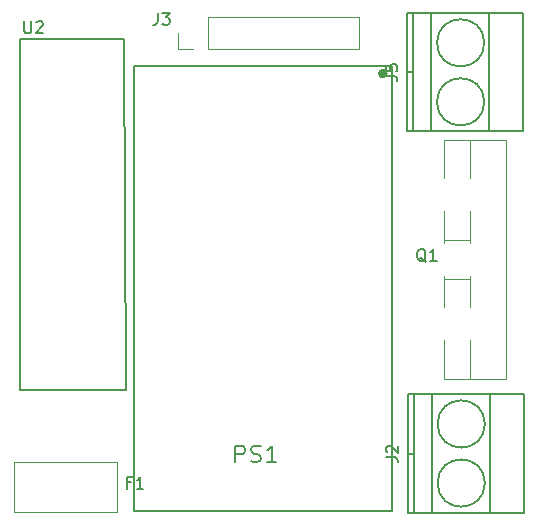
<source format=gto>
G04 #@! TF.GenerationSoftware,KiCad,Pcbnew,5.1.7-a382d34a8~88~ubuntu18.04.1*
G04 #@! TF.CreationDate,2021-07-23T19:11:00+05:30*
G04 #@! TF.ProjectId,BackEnd_HeavyDevice_v2,4261636b-456e-4645-9f48-656176794465,rev?*
G04 #@! TF.SameCoordinates,Original*
G04 #@! TF.FileFunction,Legend,Top*
G04 #@! TF.FilePolarity,Positive*
%FSLAX46Y46*%
G04 Gerber Fmt 4.6, Leading zero omitted, Abs format (unit mm)*
G04 Created by KiCad (PCBNEW 5.1.7-a382d34a8~88~ubuntu18.04.1) date 2021-07-23 19:11:00*
%MOMM*%
%LPD*%
G01*
G04 APERTURE LIST*
%ADD10C,0.127000*%
%ADD11C,0.400000*%
%ADD12C,0.120000*%
%ADD13C,0.150000*%
G04 APERTURE END LIST*
D10*
X118271000Y-97633000D02*
X140099000Y-97633000D01*
X140099000Y-97633000D02*
X140083000Y-135313000D01*
X140083000Y-135313000D02*
X118271000Y-135313000D01*
X118271000Y-135313000D02*
X118271000Y-97633000D01*
D11*
X139537000Y-98229000D02*
G75*
G03*
X139537000Y-98229000I-200000J0D01*
G01*
D12*
X108073000Y-131088000D02*
X116813000Y-131088000D01*
X108073000Y-131088000D02*
X108073000Y-135328000D01*
X116813000Y-135328000D02*
X116813000Y-131088000D01*
X116813000Y-135328000D02*
X108073000Y-135328000D01*
D13*
X147978000Y-127904000D02*
G75*
G03*
X147978000Y-127904000I-2000000J0D01*
G01*
X147978000Y-132904000D02*
G75*
G03*
X147978000Y-132904000I-2000000J0D01*
G01*
X151278000Y-125404000D02*
X141478000Y-125404000D01*
X151278000Y-135404000D02*
X151278000Y-125404000D01*
X141478000Y-135404000D02*
X151278000Y-135404000D01*
X141478000Y-125404000D02*
X141478000Y-135404000D01*
X141978000Y-125404000D02*
X141978000Y-135404000D01*
X148378000Y-125404000D02*
X148378000Y-135404000D01*
X143478000Y-125404000D02*
X143478000Y-135404000D01*
X141978000Y-130404000D02*
X141478000Y-130404000D01*
X141927000Y-98131000D02*
X141427000Y-98131000D01*
X143427000Y-93131000D02*
X143427000Y-103131000D01*
X148327000Y-93131000D02*
X148327000Y-103131000D01*
X141927000Y-93131000D02*
X141927000Y-103131000D01*
X141427000Y-93131000D02*
X141427000Y-103131000D01*
X141427000Y-103131000D02*
X151227000Y-103131000D01*
X151227000Y-103131000D02*
X151227000Y-93131000D01*
X151227000Y-93131000D02*
X141427000Y-93131000D01*
X147927000Y-100631000D02*
G75*
G03*
X147927000Y-100631000I-2000000J0D01*
G01*
X147927000Y-95631000D02*
G75*
G03*
X147927000Y-95631000I-2000000J0D01*
G01*
D12*
X144494000Y-124070000D02*
X144494000Y-120800000D01*
X144494000Y-118000000D02*
X144494000Y-115349000D01*
X144494000Y-112550000D02*
X144494000Y-109900000D01*
X144494000Y-107100000D02*
X144494000Y-103830000D01*
X149735000Y-124070000D02*
X149735000Y-103830000D01*
X144494000Y-124070000D02*
X149735000Y-124070000D01*
X144494000Y-103830000D02*
X149735000Y-103830000D01*
X146735000Y-124070000D02*
X146735000Y-120800000D01*
X146735000Y-118000000D02*
X146735000Y-115349000D01*
X146735000Y-112550000D02*
X146735000Y-109900000D01*
X146735000Y-107100000D02*
X146735000Y-103830000D01*
X144494000Y-115600000D02*
X146735000Y-115600000D01*
X144494000Y-112300000D02*
X146735000Y-112300000D01*
D13*
X117418080Y-95348980D02*
X108608080Y-95348980D01*
X117558080Y-124998980D02*
X117418080Y-95348980D01*
X108738080Y-124988980D02*
X117558080Y-124998980D01*
X108608080Y-95348980D02*
X108638080Y-125008980D01*
D12*
X137339000Y-96130400D02*
X137339000Y-93470400D01*
X124579000Y-96130400D02*
X137339000Y-96130400D01*
X124579000Y-93470400D02*
X137339000Y-93470400D01*
X124579000Y-96130400D02*
X124579000Y-93470400D01*
X123309000Y-96130400D02*
X121979000Y-96130400D01*
X121979000Y-96130400D02*
X121979000Y-94800400D01*
D13*
X126852160Y-131143193D02*
X126852160Y-129743193D01*
X127385493Y-129743193D01*
X127518826Y-129809860D01*
X127585493Y-129876526D01*
X127652160Y-130009860D01*
X127652160Y-130209860D01*
X127585493Y-130343193D01*
X127518826Y-130409860D01*
X127385493Y-130476526D01*
X126852160Y-130476526D01*
X128185493Y-131076526D02*
X128385493Y-131143193D01*
X128718826Y-131143193D01*
X128852160Y-131076526D01*
X128918826Y-131009860D01*
X128985493Y-130876526D01*
X128985493Y-130743193D01*
X128918826Y-130609860D01*
X128852160Y-130543193D01*
X128718826Y-130476526D01*
X128452160Y-130409860D01*
X128318826Y-130343193D01*
X128252160Y-130276526D01*
X128185493Y-130143193D01*
X128185493Y-130009860D01*
X128252160Y-129876526D01*
X128318826Y-129809860D01*
X128452160Y-129743193D01*
X128785493Y-129743193D01*
X128985493Y-129809860D01*
X130318826Y-131143193D02*
X129518826Y-131143193D01*
X129918826Y-131143193D02*
X129918826Y-129743193D01*
X129785493Y-129943193D01*
X129652160Y-130076526D01*
X129518826Y-130143193D01*
X118010086Y-132847011D02*
X117676753Y-132847011D01*
X117676753Y-133370820D02*
X117676753Y-132370820D01*
X118152943Y-132370820D01*
X119057705Y-133370820D02*
X118486277Y-133370820D01*
X118771991Y-133370820D02*
X118771991Y-132370820D01*
X118676753Y-132513678D01*
X118581515Y-132608916D01*
X118486277Y-132656535D01*
X139630380Y-130737333D02*
X140344666Y-130737333D01*
X140487523Y-130784952D01*
X140582761Y-130880190D01*
X140630380Y-131023047D01*
X140630380Y-131118285D01*
X139725619Y-130308761D02*
X139678000Y-130261142D01*
X139630380Y-130165904D01*
X139630380Y-129927809D01*
X139678000Y-129832571D01*
X139725619Y-129784952D01*
X139820857Y-129737333D01*
X139916095Y-129737333D01*
X140058952Y-129784952D01*
X140630380Y-130356380D01*
X140630380Y-129737333D01*
X139579380Y-98464333D02*
X140293666Y-98464333D01*
X140436523Y-98511952D01*
X140531761Y-98607190D01*
X140579380Y-98750047D01*
X140579380Y-98845285D01*
X139579380Y-97511952D02*
X139579380Y-97988142D01*
X140055571Y-98035761D01*
X140007952Y-97988142D01*
X139960333Y-97892904D01*
X139960333Y-97654809D01*
X140007952Y-97559571D01*
X140055571Y-97511952D01*
X140150809Y-97464333D01*
X140388904Y-97464333D01*
X140484142Y-97511952D01*
X140531761Y-97559571D01*
X140579380Y-97654809D01*
X140579380Y-97892904D01*
X140531761Y-97988142D01*
X140484142Y-98035761D01*
X142990761Y-114186899D02*
X142895523Y-114139280D01*
X142800285Y-114044041D01*
X142657428Y-113901184D01*
X142562190Y-113853565D01*
X142466952Y-113853565D01*
X142514571Y-114091660D02*
X142419333Y-114044041D01*
X142324095Y-113948803D01*
X142276476Y-113758327D01*
X142276476Y-113424994D01*
X142324095Y-113234518D01*
X142419333Y-113139280D01*
X142514571Y-113091660D01*
X142705047Y-113091660D01*
X142800285Y-113139280D01*
X142895523Y-113234518D01*
X142943142Y-113424994D01*
X142943142Y-113758327D01*
X142895523Y-113948803D01*
X142800285Y-114044041D01*
X142705047Y-114091660D01*
X142514571Y-114091660D01*
X143895523Y-114091660D02*
X143324095Y-114091660D01*
X143609809Y-114091660D02*
X143609809Y-113091660D01*
X143514571Y-113234518D01*
X143419333Y-113329756D01*
X143324095Y-113377375D01*
X108988955Y-93805760D02*
X108988955Y-94615284D01*
X109036574Y-94710522D01*
X109084193Y-94758141D01*
X109179431Y-94805760D01*
X109369907Y-94805760D01*
X109465145Y-94758141D01*
X109512764Y-94710522D01*
X109560383Y-94615284D01*
X109560383Y-93805760D01*
X109988955Y-93900999D02*
X110036574Y-93853380D01*
X110131812Y-93805760D01*
X110369907Y-93805760D01*
X110465145Y-93853380D01*
X110512764Y-93900999D01*
X110560383Y-93996237D01*
X110560383Y-94091475D01*
X110512764Y-94234332D01*
X109941336Y-94805760D01*
X110560383Y-94805760D01*
X120298506Y-93099620D02*
X120298506Y-93813906D01*
X120250887Y-93956763D01*
X120155649Y-94052001D01*
X120012792Y-94099620D01*
X119917554Y-94099620D01*
X120679459Y-93099620D02*
X121298506Y-93099620D01*
X120965173Y-93480573D01*
X121108030Y-93480573D01*
X121203268Y-93528192D01*
X121250887Y-93575811D01*
X121298506Y-93671049D01*
X121298506Y-93909144D01*
X121250887Y-94004382D01*
X121203268Y-94052001D01*
X121108030Y-94099620D01*
X120822316Y-94099620D01*
X120727078Y-94052001D01*
X120679459Y-94004382D01*
M02*

</source>
